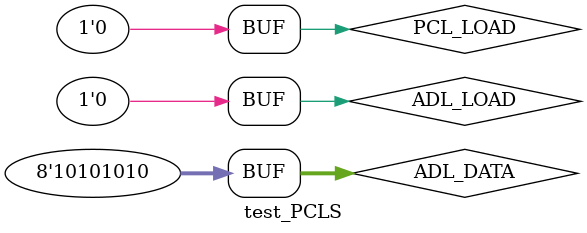
<source format=v>
`timescale 1ns / 1ps


module test_PCLS;

	// Inputs
	reg PCL_LOAD;
	reg ADL_LOAD;
	reg [7:0] PCL_DATA;
	reg [7:0] ADL_DATA;

	// Outputs
	wire [7:0] OUT;

	// Instantiate the Unit Under Test (UUT)
	reg_PCLS uut (
		.PCL_LOAD(PCL_LOAD), 
		.ADL_LOAD(ADL_LOAD), 
		.PCL_DATA(PCL_DATA), 
		.ADL_DATA(ADL_DATA), 
		.OUT(OUT)
	);

	initial begin
		// Initialize Inputs
		PCL_LOAD = 0;
		ADL_LOAD = 0;
		PCL_DATA = 0;
		ADL_DATA = 0;

		// Wait 100 ns for global reset to finish
		#100;
        
		// Add stimulus here
		$monitor($time, ": PCL_LOAD_SIGNAL: %b, ADL_LOAD_SIGNAL: %b, PCL_DATA_IN_STATE: %h, ADL_DATA_IN_STATE: %h, DATA_OUT_STATE: %h", PCL_LOAD, ADL_LOAD, PCL_DATA, ADL_DATA, OUT);
		
		#1;
		$display("Expected output: XX");
		
		ADL_DATA = 8'hAA;
		#1;
		$display("Expected output: XX");
		
		ADL_LOAD = 1;
		#1;
		ADL_LOAD = 0;
		#1;
		$display("Expected output: AA");
		
		PCL_DATA = OUT + 1;
		#1;
		$display("Expected output: AA");
		
		PCL_LOAD = 1;
		#1;
		PCL_LOAD = 0;
		#1;
		$display("Expected output: AB");
		
		

	end
      
endmodule


</source>
